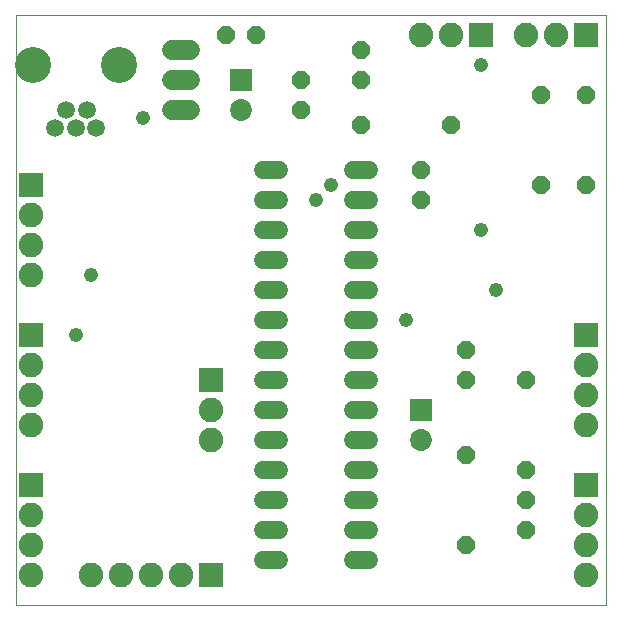
<source format=gts>
G75*
G70*
%OFA0B0*%
%FSLAX24Y24*%
%IPPOS*%
%LPD*%
%AMOC8*
5,1,8,0,0,1.08239X$1,22.5*
%
%ADD10C,0.0000*%
%ADD11C,0.0600*%
%ADD12OC8,0.0600*%
%ADD13R,0.0730X0.0730*%
%ADD14C,0.0730*%
%ADD15R,0.0820X0.0820*%
%ADD16C,0.0820*%
%ADD17C,0.0595*%
%ADD18C,0.1202*%
%ADD19C,0.0680*%
%ADD20C,0.0476*%
D10*
X000917Y000252D02*
X000917Y019937D01*
X020602Y019937D01*
X020602Y000252D01*
X000917Y000252D01*
D11*
X009157Y001752D02*
X009677Y001752D01*
X009677Y002752D02*
X009157Y002752D01*
X009157Y003752D02*
X009677Y003752D01*
X009677Y004752D02*
X009157Y004752D01*
X009157Y005752D02*
X009677Y005752D01*
X009677Y006752D02*
X009157Y006752D01*
X009157Y007752D02*
X009677Y007752D01*
X009677Y008752D02*
X009157Y008752D01*
X009157Y009752D02*
X009677Y009752D01*
X009677Y010752D02*
X009157Y010752D01*
X009157Y011752D02*
X009677Y011752D01*
X009677Y012752D02*
X009157Y012752D01*
X009157Y013752D02*
X009677Y013752D01*
X009677Y014752D02*
X009157Y014752D01*
X012157Y014752D02*
X012677Y014752D01*
X012677Y013752D02*
X012157Y013752D01*
X012157Y012752D02*
X012677Y012752D01*
X012677Y011752D02*
X012157Y011752D01*
X012157Y010752D02*
X012677Y010752D01*
X012677Y009752D02*
X012157Y009752D01*
X012157Y008752D02*
X012677Y008752D01*
X012677Y007752D02*
X012157Y007752D01*
X012157Y006752D02*
X012677Y006752D01*
X012677Y005752D02*
X012157Y005752D01*
X012157Y004752D02*
X012677Y004752D01*
X012677Y003752D02*
X012157Y003752D01*
X012157Y002752D02*
X012677Y002752D01*
X012677Y001752D02*
X012157Y001752D01*
D12*
X015917Y002252D03*
X017917Y002752D03*
X017917Y003752D03*
X017917Y004752D03*
X015917Y005252D03*
X015917Y007752D03*
X015917Y008752D03*
X017917Y007752D03*
X014417Y013752D03*
X014417Y014752D03*
X015417Y016252D03*
X012417Y016252D03*
X012417Y017752D03*
X012417Y018752D03*
X010417Y017752D03*
X010417Y016752D03*
X008917Y019252D03*
X007917Y019252D03*
X018417Y017252D03*
X019917Y017252D03*
X019917Y014252D03*
X018417Y014252D03*
D13*
X014417Y006752D03*
X008417Y017752D03*
D14*
X008417Y016752D03*
X014417Y005752D03*
D15*
X019917Y004252D03*
X019917Y009252D03*
X019917Y019252D03*
X016417Y019252D03*
X007417Y007752D03*
X001417Y009252D03*
X001417Y004252D03*
X007417Y001252D03*
X001417Y014252D03*
D16*
X001417Y013252D03*
X001417Y012252D03*
X001417Y011252D03*
X001417Y008252D03*
X001417Y007252D03*
X001417Y006252D03*
X001417Y003252D03*
X001417Y002252D03*
X001417Y001252D03*
X003417Y001252D03*
X004417Y001252D03*
X005417Y001252D03*
X006417Y001252D03*
X007417Y005752D03*
X007417Y006752D03*
X019917Y006252D03*
X019917Y007252D03*
X019917Y008252D03*
X019917Y003252D03*
X019917Y002252D03*
X019917Y001252D03*
X018917Y019252D03*
X017917Y019252D03*
X015417Y019252D03*
X014417Y019252D03*
D17*
X003587Y016152D03*
X002917Y016152D03*
X002217Y016152D03*
X002587Y016772D03*
X003277Y016772D03*
D18*
X004354Y018252D03*
X001480Y018252D03*
D19*
X006117Y017752D02*
X006717Y017752D01*
X006717Y018752D02*
X006117Y018752D01*
X006117Y016752D02*
X006717Y016752D01*
D20*
X005167Y016502D03*
X003417Y011252D03*
X002917Y009252D03*
X010917Y013752D03*
X011417Y014252D03*
X013917Y009752D03*
X016917Y010752D03*
X016417Y012752D03*
X016417Y018252D03*
M02*

</source>
